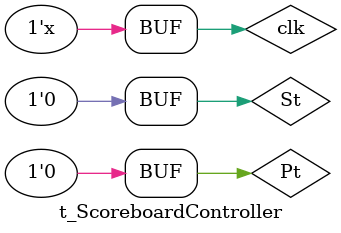
<source format=v>
module t_ScoreboardController(); 


       wire Done;
       wire [6:0]seg7_points_2;
       wire [6:0]seg7_points_1;
       wire [6:0]seg7_points_0;
       wire [6:0]seg7_timer_1;
       wire [6:0]seg7_timer_0;
       wire [6:0]seg7_level;
       reg clk=0, St=0, Pt=0;

       always  #5 clk = ~clk;

       ScoreboardController C1(clk, St, Pt, Done, seg7_points_2, seg7_points_1, seg7_points_0, seg7_timer_1, seg7_timer_0, seg7_level);

       initial begin
               St = 1;
               #60 Pt = 1; #5 Pt = 0; St = 0;
               #20 Pt = 1; #5 Pt = 0;
               #20 Pt = 1; #5 Pt = 0;
               #20 Pt = 1; #5 Pt = 0;

               #20 Pt = 1; #5 Pt = 0;
               #20 Pt = 1; #5 Pt = 0;
               #20 Pt = 1; #5 Pt = 0;
               #20 Pt = 1; #5 Pt = 0;

               #20 Pt = 1; #5 Pt = 0;
               #20 Pt = 1; #5 Pt = 0;
               #20 Pt = 1; #5 Pt = 0; 
               #20 Pt = 1; #5 Pt = 0;
               
               #20 Pt = 1; #5 Pt = 0;
               #20 Pt = 1; #5 Pt = 0;
               #20 Pt = 1; #5 Pt = 0; 
               #20 Pt = 1; #5 Pt = 0;

               #20 Pt = 1; #5 Pt = 0;
               #20 Pt = 1; #5 Pt = 0;
               #20 Pt = 1; #5 Pt = 0; 
               #20 Pt = 1; #5 Pt = 0;

               #20 Pt = 1; #5 Pt = 0;
               #20 Pt = 1; #5 Pt = 0;
               #20 Pt = 1; #5 Pt = 0; 
               

               #40 Pt = 1; #5 Pt = 0; // R2
               #20 Pt = 1; #5 Pt = 0;
               #20 Pt = 1; #5 Pt = 0; 
               #20 Pt = 1; #5 Pt = 0;

               #20 Pt = 1; #5 Pt = 0;
               #20 Pt = 1; #5 Pt = 0;
               #20 Pt = 1; #5 Pt = 0;
               #20 Pt = 1; #5 Pt = 0;
    
               #20 Pt = 1; #5 Pt = 0;
               #20 Pt = 1; #5 Pt = 0;
               #20 Pt = 1; #5 Pt = 0;
               #20 Pt = 1; #5 Pt = 0;
 
               #20 Pt = 1; #5 Pt = 0;
               #20 Pt = 1; #5 Pt = 0;
               #20 Pt = 1; #5 Pt = 0;
               #20 Pt = 1; #5 Pt = 0; 

               #20 Pt = 1; #5 Pt = 0;
               #20 Pt = 1; #5 Pt = 0;
               #20 Pt = 1; #5 Pt = 0;
               #20 Pt = 1; #5 Pt = 0;  

               #20 Pt = 1; #5 Pt = 0;
               #20 Pt = 1; #5 Pt = 0;
               #20 Pt = 1; #5 Pt = 0;
               #20 Pt = 1; #5 Pt = 0;          

               #200 St = 1;
               #20 Pt = 1; #5 Pt = 0; St = 0;
               #20 Pt = 1; #5 Pt = 0;
               #20 Pt = 1; #5 Pt = 0;
               #20 Pt = 1; #5 Pt = 0;
               #20 Pt = 1; #5 Pt = 0;


        
      end
       
    endmodule
   

</source>
